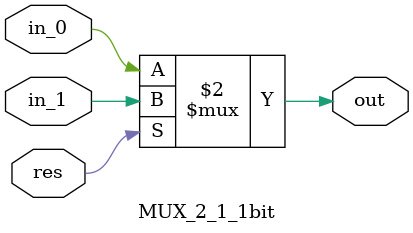
<source format=v>
`timescale 1ns / 1ps
module MUX_2_1_1bit( input in_0,
							input in_1,
							input res,
							output out
										
    );

assign out = (res == 1'b0) ? in_0 : in_1;

endmodule

</source>
